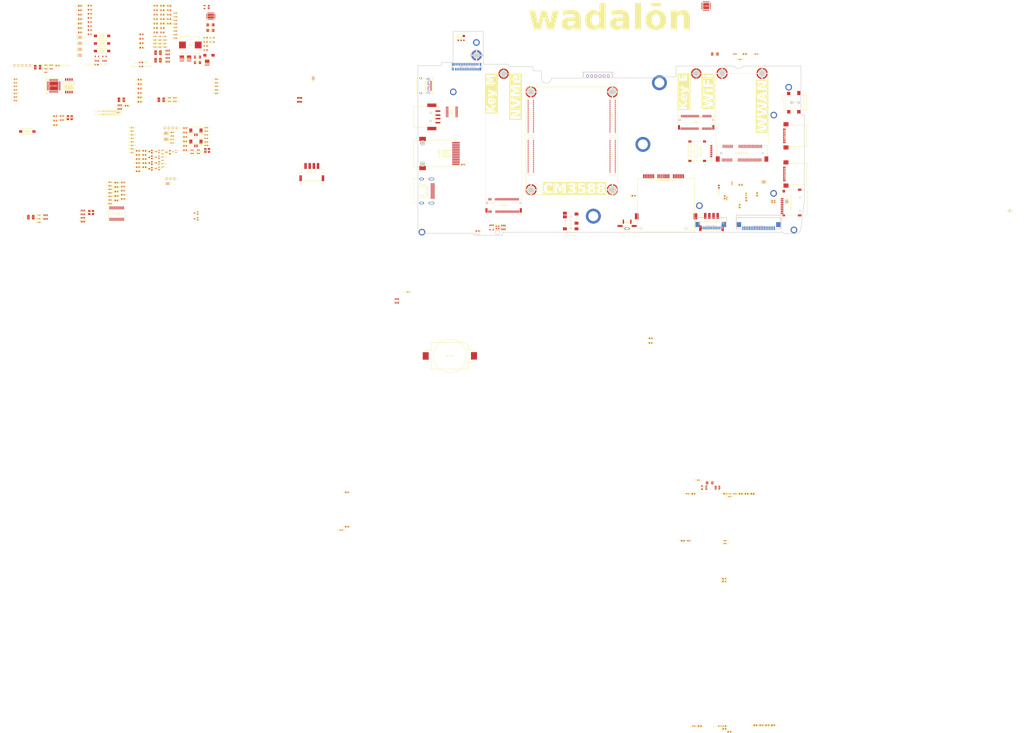
<source format=kicad_pcb>
(kicad_pcb
	(version 20241229)
	(generator "pcbnew")
	(generator_version "9.0")
	(general
		(thickness 1.6)
		(legacy_teardrops no)
	)
	(paper "A4")
	(layers
		(0 "F.Cu" signal "Top Layer")
		(4 "In1.Cu" signal)
		(6 "In2.Cu" signal)
		(8 "In3.Cu" signal)
		(10 "In4.Cu" signal)
		(2 "B.Cu" signal "Bottom Layer")
		(9 "F.Adhes" user "F.Adhesive")
		(11 "B.Adhes" user "B.Adhesive")
		(13 "F.Paste" user "Top Paste Mask Layer")
		(15 "B.Paste" user "Bottom Paste Mask Layer")
		(5 "F.SilkS" user "Top Silkscreen Layer")
		(7 "B.SilkS" user "Bottom Silkscreen Layer")
		(1 "F.Mask" user "Top Solder Mask Layer")
		(3 "B.Mask" user "Bottom Solder Mask Layer")
		(17 "Dwgs.User" user "Document Layer")
		(19 "Cmts.User" user "User.Comments")
		(21 "Eco1.User" user "User.Eco1")
		(23 "Eco2.User" user "Mechanical Layer")
		(25 "Edge.Cuts" user "Edge Cuts")
		(27 "Margin" user)
		(31 "F.CrtYd" user "F.Courtyard")
		(29 "B.CrtYd" user "B.Courtyard")
		(35 "F.Fab" user "Top Assembly Layer")
		(33 "B.Fab" user "Bottom Assembly Layer")
		(39 "User.1" user "Ratline Layer")
		(41 "User.2" user "Component Shape Layer")
		(43 "User.3" user "Component Marking Layer")
		(45 "User.4" user "3D Shell Outline Layer")
		(47 "User.5" user "3D Shell Top Layer")
		(49 "User.6" user "3D Shell Bottom Layer")
		(51 "User.7" user "Drill Drawing Layer")
	)
	(setup
		(stackup
			(layer "F.SilkS"
				(type "Top Silk Screen")
			)
			(layer "F.Paste"
				(type "Top Solder Paste")
			)
			(layer "F.Mask"
				(type "Top Solder Mask")
				(thickness 0.01)
			)
			(layer "F.Cu"
				(type "copper")
				(thickness 0.035)
			)
			(layer "dielectric 1"
				(type "prepreg")
				(thickness 0.1)
				(material "FR4")
				(epsilon_r 4.5)
				(loss_tangent 0.02)
			)
			(layer "In1.Cu"
				(type "copper")
				(thickness 0.035)
			)
			(layer "dielectric 2"
				(type "core")
				(thickness 0.535)
				(material "FR4")
				(epsilon_r 4.5)
				(loss_tangent 0.02)
			)
			(layer "In2.Cu"
				(type "copper")
				(thickness 0.035)
			)
			(layer "dielectric 3"
				(type "prepreg")
				(thickness 0.1)
				(material "FR4")
				(epsilon_r 4.5)
				(loss_tangent 0.02)
			)
			(layer "In3.Cu"
				(type "copper")
				(thickness 0.035)
			)
			(layer "dielectric 4"
				(type "core")
				(thickness 0.535)
				(material "FR4")
				(epsilon_r 4.5)
				(loss_tangent 0.02)
			)
			(layer "In4.Cu"
				(type "copper")
				(thickness 0.035)
			)
			(layer "dielectric 5"
				(type "prepreg")
				(thickness 0.1)
				(material "FR4")
				(epsilon_r 4.5)
				(loss_tangent 0.02)
			)
			(layer "B.Cu"
				(type "copper")
				(thickness 0.035)
			)
			(layer "B.Mask"
				(type "Bottom Solder Mask")
				(thickness 0.01)
			)
			(layer "B.Paste"
				(type "Bottom Solder Paste")
			)
			(layer "B.SilkS"
				(type "Bottom Silk Screen")
			)
			(copper_finish "None")
			(dielectric_constraints no)
		)
		(pad_to_mask_clearance 0)
		(allow_soldermask_bridges_in_footprints no)
		(tenting front back)
		(aux_axis_origin 20 60)
		(pcbplotparams
			(layerselection 0x00000000_00000000_55555555_5755f5ff)
			(plot_on_all_layers_selection 0x00000000_00000000_00000000_00000000)
			(disableapertmacros no)
			(usegerberextensions no)
			(usegerberattributes yes)
			(usegerberadvancedattributes yes)
			(creategerberjobfile yes)
			(dashed_line_dash_ratio 12.000000)
			(dashed_line_gap_ratio 3.000000)
			(svgprecision 4)
			(plotframeref no)
			(mode 1)
			(useauxorigin no)
			(hpglpennumber 1)
			(hpglpenspeed 20)
			(hpglpendiameter 15.000000)
			(pdf_front_fp_property_popups yes)
			(pdf_back_fp_property_popups yes)
			(pdf_metadata yes)
			(pdf_single_document no)
			(dxfpolygonmode yes)
			(dxfimperialunits yes)
			(dxfusepcbnewfont yes)
			(psnegative no)
			(psa4output no)
			(plot_black_and_white yes)
			(plotinvisibletext no)
			(sketchpadsonfab no)
			(plotpadnumbers no)
			(hidednponfab no)
			(sketchdnponfab yes)
			(crossoutdnponfab yes)
			(subtractmaskfromsilk no)
			(outputformat 1)
			(mirror no)
			(drillshape 1)
			(scaleselection 1)
			(outputdirectory "")
		)
	)
	(net 0 "")
	(net 1 "GND")
	(net 2 "+3.3V")
	(net 3 "+5V_CURR2")
	(net 4 "I2C1_SCL")
	(net 5 "I2C1_SDA")
	(net 6 "PWR_BTN_H")
	(net 7 "+3.3V_KEY")
	(net 8 "GND_KEY")
	(net 9 "USB_KEYBOARD_DM")
	(net 10 "USB_KEYBOARD_DP")
	(net 11 "USB_LTE_DM")
	(net 12 "USB_LTE_DP")
	(net 13 "COL1")
	(net 14 "COL2")
	(net 15 "COL3")
	(net 16 "COL4")
	(net 17 "COL5")
	(net 18 "COL6")
	(net 19 "COL7")
	(net 20 "COL8")
	(net 21 "COL9")
	(net 22 "COL10")
	(net 23 "COL11")
	(net 24 "COL12")
	(net 25 "ROW8")
	(net 26 "ROW7")
	(net 27 "ROW6")
	(net 28 "ROW5")
	(net 29 "ROW4")
	(net 30 "ROW3")
	(net 31 "ROW2")
	(net 32 "ROW1")
	(net 33 "PWRON_L")
	(net 34 "+12V")
	(net 35 "UART2_RX_M0_DEBUG")
	(net 36 "LED3_25GLAN_25GLED")
	(net 37 "LED2_25GLAN_1GLED")
	(net 38 "P25G_MDI0_P")
	(net 39 "P25G_MDI0_N")
	(net 40 "P25G_MDI1_P")
	(net 41 "P25G_MDI1_N")
	(net 42 "P25G_MDI2_P")
	(net 43 "P25G_MDI2_N")
	(net 44 "P25G_MDI3_P")
	(net 45 "P25G_MDI3_N")
	(net 46 "MIPI_CSI1_RX_D0_N")
	(net 47 "MIPI_CSI1_RX_D0_P")
	(net 48 "MIPI_CSI1_RX_D1_N")
	(net 49 "MIPI_CSI1_RX_D1_P")
	(net 50 "MIPI_CSI1_RX_CLK0_N")
	(net 51 "MIPI_CSI1_RX_CLK0_P")
	(net 52 "MIPI_CSI1_RX_D2_N")
	(net 53 "MIPI_CSI1_RX_D2_P")
	(net 54 "MIPI_CSI1_RX_D3_N")
	(net 55 "MIPI_CSI1_RX_D3_P")
	(net 56 "PMIC_EXT_EN_OUT")
	(net 57 "BOOT_SARADAC_IN0")
	(net 58 "UART2_TX_M0_DEBUG")
	(net 59 "VDC_MODE")
	(net 60 "RESET_L")
	(net 61 "TYPEC1_SSRX1_N")
	(net 62 "TYPEC1_SSRX1_P")
	(net 63 "TYPEC1_SSTX1_N")
	(net 64 "TYPEC1_SSTX1_P")
	(net 65 "TYPEC0_SSRX1_N")
	(net 66 "TYPEC0_SSRX1_P")
	(net 67 "TYPEC0_SSTX1_N")
	(net 68 "TYPEC0_SSTX1_P")
	(net 69 "TYPEC0_SSRX2_N")
	(net 70 "TYPEC0_SSRX2_P")
	(net 71 "TYPEC0_SSTX2_N")
	(net 72 "TYPEC0_SSTX2_P")
	(net 73 "MIPI_DPHY0_TX_D0_N")
	(net 74 "MIPI_DPHY0_TX_D0_P")
	(net 75 "MIPI_DPHY0_TX_D1_N")
	(net 76 "MIPI_DPHY0_TX_D1_P")
	(net 77 "MIPI_DPHY0_TX_CLK_N")
	(net 78 "MIPI_DPHY0_TX_CLK_P")
	(net 79 "MIPI_DPHY0_TX_D2_N")
	(net 80 "MIPI_DPHY0_TX_D2_P")
	(net 81 "MIPI_DPHY0_TX_D3_N")
	(net 82 "MIPI_DPHY0_TX_D3_P")
	(net 83 "I2C7_SCL_M0")
	(net 84 "I2C7_SDA_M0")
	(net 85 "HPR")
	(net 86 "RECOVERY")
	(net 87 "MIC_IN")
	(net 88 "HPL")
	(net 89 "GND_AUDIO")
	(net 90 "PWR_BTN_L")
	(net 91 "PCIE30_PORT0_TX0_P")
	(net 92 "PCIE30_PORT0_TX0_N")
	(net 93 "PCIE30_PORT0_TX1_P")
	(net 94 "PCIE30_PORT0_TX1_N")
	(net 95 "PCIE30_PORT1_RX2_P")
	(net 96 "PCIE30_PORT1_RX2_N")
	(net 97 "PCIE30_PORT1_RX3_P")
	(net 98 "PCIE30_PORT1_RX3_N")
	(net 99 "PCIE30_PORT1_TX2_P")
	(net 100 "PCIE30_PORT1_TX2_N")
	(net 101 "PCIE30_PORT1_TX3_P")
	(net 102 "PCIE30_PORT1_TX3_N")
	(net 103 "PCIE30_PORT1_REFCLK_IN_P")
	(net 104 "PCIE30_PORT1_REFCLK_IN_N")
	(net 105 "I2C6_SCL_M0")
	(net 106 "I2C6_SDA_M0")
	(net 107 "VBAT_RTC")
	(net 108 "HDMITX1_HPDIN_M0")
	(net 109 "HDMITX0_HPDIN_M0")
	(net 110 "USB30_2_SSTX_N")
	(net 111 "USB30_2_SSTX_P")
	(net 112 "USB30_2_SSRX_N")
	(net 113 "USB30_2_SSRX_P")
	(net 114 "PCIE30_PORT0_REFCLK_IN_N")
	(net 115 "PCIE30_PORT0_REFCLK_IN_P")
	(net 116 "PCIE30_PORT0_RX1_N")
	(net 117 "PCIE30_PORT0_RX1_P")
	(net 118 "PCIE30_PORT0_RX0_N")
	(net 119 "PCIE30_PORT0_RX0_P")
	(net 120 "HDMI_RX_D2_P")
	(net 121 "HDMI_RX_D2_N")
	(net 122 "HDMI_RX_D1_P")
	(net 123 "HDMI_RX_D1_N")
	(net 124 "HDMI_RX_D0_P")
	(net 125 "HDMI_RX_D0_N")
	(net 126 "HDMI_RX_CLK_P")
	(net 127 "HDMI_RX_CLK_N")
	(net 128 "SDMMC0_D2")
	(net 129 "SDMMC0_D3")
	(net 130 "SDMMC0_CMD")
	(net 131 "VCC3V3_SD_S0")
	(net 132 "SD_CLK")
	(net 133 "SDMMC0_D0")
	(net 134 "SDMMC0_D1")
	(net 135 "HDMI_RX_SCL_M1")
	(net 136 "HDMI_RX_SDA_M1")
	(net 137 "HDMI_RX_CEC")
	(net 138 "HDMIIRX_HPDOUT_H")
	(net 139 "GPIO3_B2")
	(net 140 "GPIO3_B3")
	(net 141 "HDMI1_ON_H")
	(net 142 "HDMI1_CEC_M2")
	(net 143 "HDMI1_SDA_M1")
	(net 144 "HDMI1_SCL_M1")
	(net 145 "HDMI0_ON_H")
	(net 146 "HDMI0_CEC_M0")
	(net 147 "HDMI0_SDA_M0")
	(net 148 "HDMI0_SCL_M0")
	(net 149 "HDMI0_TX_SBD_N")
	(net 150 "HDMI0_TX_SBD_P")
	(net 151 "HDMI0_TX3_N")
	(net 152 "HDMI0_TX3_P")
	(net 153 "HDMI0_TX0_N")
	(net 154 "HDMI0_TX0_P")
	(net 155 "HDMI0_TX1_N")
	(net 156 "HDMI0_TX1_P")
	(net 157 "HDMI0_TX2_N")
	(net 158 "HDMI0_TX2_P")
	(net 159 "HDMI1_TX_SBD_N")
	(net 160 "HDMI1_TX_SBD_P")
	(net 161 "HDMI1_TX3_N")
	(net 162 "HDMI1_TX3_P")
	(net 163 "HDMI1_TX0_N")
	(net 164 "HDMI1_TX0_P")
	(net 165 "HDMI1_TX1_N")
	(net 166 "HDMI1_TX1_P")
	(net 167 "HDMI1_TX2_N")
	(net 168 "HDMI1_TX2_P")
	(net 169 "TYPEC0_SBU2_OUT")
	(net 170 "TYPEC0_SBU1_OUT")
	(net 171 "TYPEC0_OTG_DP")
	(net 172 "TYPEC0_OTG_DM")
	(net 173 "TYPEC1_OTG_DP")
	(net 174 "TYPEC1_OTG_DM")
	(net 175 "USB20_HOST0_DP")
	(net 176 "USB20_HOST0_DM")
	(net 177 "USB20_HOST1_DM")
	(net 178 "USB20_HOST1_DP")
	(net 179 "+3.3V_CFEXPRESS")
	(net 180 "PCIE30_REFCLK_A_N")
	(net 181 "PCIE30_REFCLK_A_P")
	(net 182 "Net-(U901-SW)")
	(net 183 "Net-(U901-VBST)")
	(net 184 "+1.5V_WWAN")
	(net 185 "+3.3V_WWAN")
	(net 186 "+3.3V_WIFI")
	(net 187 "Net-(U901-VFB)")
	(net 188 "Net-(U1401-FB)")
	(net 189 "Net-(U1402-SW)")
	(net 190 "Net-(U1402-VBST)")
	(net 191 "+1.8V")
	(net 192 "PCIE20_1_REFCLKN")
	(net 193 "PCIE20_1_REFCLKP")
	(net 194 "+3.3V_NVME")
	(net 195 "Net-(U1402-VFB)")
	(net 196 "Net-(U1601-MICBIAS)")
	(net 197 "Net-(U1601-VMID)")
	(net 198 "Net-(U1601-RINPUT1)")
	(net 199 "Net-(C1605-Pad1)")
	(net 200 "Net-(MIC1601-OUT)")
	(net 201 "unconnected-(D2001-I{slash}O_3-Pad4)")
	(net 202 "unconnected-(D2001-GND-Pad8)")
	(net 203 "unconnected-(D2001-I{slash}O_4-Pad5)")
	(net 204 "Net-(C1301-Pad1)")
	(net 205 "Net-(U1401-LX)")
	(net 206 "Net-(C1610-Pad1)")
	(net 207 "Net-(MIC1602-OUT)")
	(net 208 "Net-(U901-EN)")
	(net 209 "Net-(U1001-EN)")
	(net 210 "GPIO1_B0{slash}CFEXPRESS_INSERT")
	(net 211 "GPIO4_B5{slash}M2_A_CLKREQ_L")
	(net 212 "Net-(SW1101-1)")
	(net 213 "GPIO0_D5{slash}CFEXPRESS_EJECT")
	(net 214 "Net-(LED_CFEXPRESS1101-K)")
	(net 215 "Net-(U1301-PGAND)")
	(net 216 "Net-(U1402-EN)")
	(net 217 "GPIO2_C3{slash}PCM_IN{slash}I2S_SD_IN")
	(net 218 "Net-(U1601-ADCDAT)")
	(net 219 "Net-(U1601-DACDAT)")
	(net 220 "GPIO4_C3{slash}PCM_OUT{slash}I2S_SD_OUT")
	(net 221 "Net-(U1601-BCLK)")
	(net 222 "/I2S Audiocodec WM8960/I2S_ADC")
	(net 223 "GPIO2_C0{slash}PCM_SYNC{slash}I2S_WS")
	(net 224 "Net-(U1601-ADCLRC)")
	(net 225 "Net-(X1601-OUTPUT)")
	(net 226 "Net-(U1601-MCLK)")
	(net 227 "Net-(D1701-I{slash}O_1)")
	(net 228 "Net-(D1701-I{slash}O_2)")
	(net 229 "GPIO3_D0{slash}I2C5_SDA_M0_TP")
	(net 230 "GPIO3_C7{slash}I2C5_SCL_M0_TP")
	(net 231 "Net-(RJ2001-LED2+{slash}LED2-)")
	(net 232 "Net-(R2001-Pad1)")
	(net 233 "Net-(RJ2001-LED1+)")
	(net 234 "unconnected-(U801-S1-Pad3)")
	(net 235 "unconnected-(U801-S2-Pad4)")
	(net 236 "unconnected-(U801-X2-Pad6)")
	(net 237 "unconnected-(U801-VDDXD-Pad1)")
	(net 238 "unconnected-(U801-X1-Pad5)")
	(net 239 "unconnected-(U801-S0-Pad2)")
	(net 240 "Net-(U1001-SW)")
	(net 241 "Net-(U1101-VFB)")
	(net 242 "Net-(U1101-SW)")
	(net 243 "Net-(U1101-EN)")
	(net 244 "GPIO3_B7{slash}CFEXPRESS_LED")
	(net 245 "Net-(LED_CFEXPRESS1101-A)")
	(net 246 "unconnected-(U1601-LINPUT3{slash}JD2-Pad2)")
	(net 247 "unconnected-(U1601-LINPUT2-Pad3)")
	(net 248 "Net-(U1601-LINPUT1)")
	(net 249 "unconnected-(AUDIO701-Pad5)")
	(net 250 "unconnected-(AUDIO701-Pad2)")
	(net 251 "unconnected-(AUDIO701-Pad6)")
	(net 252 "unconnected-(AUDIO701-Pad1)")
	(net 253 "unconnected-(AUDIO701-Pad3)")
	(net 254 "unconnected-(AUDIO701-Pad4)")
	(net 255 "Net-(U601-NTC)")
	(net 256 "Net-(U601-BATSENS+)")
	(net 257 "unconnected-(BT701-Pad2)")
	(net 258 "unconnected-(BT701-Pad3)")
	(net 259 "Net-(D601-C)")
	(net 260 "Net-(Q602-G)")
	(net 261 "Net-(Q602-D)")
	(net 262 "Net-(C607-Pad2)")
	(net 263 "Net-(U601-BOOST)")
	(net 264 "Net-(U601-CELLS1)")
	(net 265 "Net-(U601-CELLS0)")
	(net 266 "Net-(U602-SW)")
	(net 267 "Net-(U602-VBST)")
	(net 268 "Net-(U602-VFB)")
	(net 269 "Net-(U604-SW)")
	(net 270 "Net-(U604-VBST)")
	(net 271 "<NO NET>")
	(net 272 "Net-(U604-VFB)")
	(net 273 "Net-(U1001-VBST)")
	(net 274 "Net-(U1001-VFB)")
	(net 275 "Net-(U1101-VBST)")
	(net 276 "Net-(U1301-X2)")
	(net 277 "Net-(U1301-X1)")
	(net 278 "Net-(U1301-RESET#)")
	(net 279 "Net-(U1501-XTAL1)")
	(net 280 "Net-(U1501-UCap)")
	(net 281 "Net-(U1501-XTAL2)")
	(net 282 "/HDMI Connector/HDMI_5V")
	(net 283 "Net-(CFexpress1101-PETn0)")
	(net 284 "unconnected-(CFexpress1101-RESERVED-Pad8)")
	(net 285 "Net-(CFexpress1101-REFCLK+)")
	(net 286 "Net-(CFexpress1101-PERn0)")
	(net 287 "Net-(CFexpress1101-REFCLK-)")
	(net 288 "GPIO4_B6{slash}M2_A_PERST_L")
	(net 289 "Net-(CFexpress1101-PERp1)")
	(net 290 "Net-(CFexpress1101-PETp0)")
	(net 291 "Net-(CFexpress1101-PERn1)")
	(net 292 "Net-(CFexpress1101-PETp1)")
	(net 293 "Net-(CFexpress1101-PETn1)")
	(net 294 "Net-(CFexpress1101-PERp0)")
	(net 295 "unconnected-(CFexpress1101-RESERVED-Pad7)")
	(net 296 "GPIO2_B5{slash}FSPI_RESET")
	(net 297 "unconnected-(CN201-Pad99)")
	(net 298 "GPIO2_B3{slash}FSPI_CLK_M1")
	(net 299 "GPIO2_C1{slash}MIPI_CAM2_RESET_L")
	(net 300 "GPIO2_A7{slash}FSPI_D1_M1")
	(net 301 "MIPI_CSI1_RX_CLK1_N")
	(net 302 "unconnected-(CN201-Pad97)")
	(net 303 "unconnected-(CN201-Pad50)")
	(net 304 "GPIO1_B7{slash}MIPI_CAM2_CLKOUT")
	(net 305 "unconnected-(CN201-Pad42)")
	(net 306 "unconnected-(CN201-Pad62)")
	(net 307 "unconnected-(CN201-Pad66)")
	(net 308 "unconnected-(CN201-Pad71)")
	(net 309 "unconnected-(CN201-Pad31)")
	(net 310 "unconnected-(CN201-Pad36)")
	(net 311 "unconnected-(CN201-Pad44)")
	(net 312 "unconnected-(CN201-Pad68)")
	(net 313 "GPIO2_B4{slash}FSPI_WAKE")
	(net 314 "unconnected-(CN201-Pad48)")
	(net 315 "MIPI_CSI1_RX_CLK1_P")
	(net 316 "unconnected-(CN201-Pad60)")
	(net 317 "GPIO2_B0{slash}FSPI_D2_M1")
	(net 318 "GPIO4_C5{slash}MIPI_CAM1_PDN_L{slash}BT_WAKE_L")
	(net 319 "GPIO2_B2{slash}FSPI_CMD")
	(net 320 "GPIO2_B1{slash}FSPI_D3_M1")
	(net 321 "GPIO2_C2{slash}MIPI_CAM2_PDN_L")
	(net 322 "GPIO4_C4{slash}MIPI_CAM1_RESET_L{slash}WIFI_DISABLE")
	(net 323 "unconnected-(CN201-Pad14)")
	(net 324 "unconnected-(CN201-Pad54)")
	(net 325 "unconnected-(CN201-Pad26)")
	(net 326 "GPIO2_A6{slash}FSPI_D0_M1")
	(net 327 "unconnected-(CN201-Pad29)")
	(net 328 "unconnected-(CN201-Pad56)")
	(net 329 "unconnected-(CN201-Pad38)")
	(net 330 "unconnected-(CN301-Pad85)")
	(net 331 "unconnected-(CN301-Pad56)")
	(net 332 "unconnected-(CN301-Pad26)")
	(net 333 "unconnected-(CN301-Pad24)")
	(net 334 "unconnected-(CN301-Pad77)")
	(net 335 "unconnected-(CN301-Pad80)")
	(net 336 "unconnected-(CN301-Pad83)")
	(net 337 "unconnected-(CN301-Pad17)")
	(net 338 "unconnected-(CN301-Pad78)")
	(net 339 "unconnected-(CN301-Pad72)")
	(net 340 "unconnected-(CN301-Pad86)")
	(net 341 "unconnected-(CN301-Pad32)")
	(net 342 "unconnected-(CN301-Pad12)")
	(net 343 "unconnected-(CN301-Pad48)")
	(net 344 "GPIO1_C4{slash}HP_DET_L")
	(net 345 "unconnected-(CN301-Pad66)")
	(net 346 "unconnected-(CN301-Pad20)")
	(net 347 "unconnected-(CN301-Pad68)")
	(net 348 "unconnected-(CN301-Pad19)")
	(net 349 "unconnected-(CN301-Pad54)")
	(net 350 "unconnected-(CN301-Pad30)")
	(net 351 "unconnected-(CN301-Pad74)")
	(net 352 "unconnected-(CN301-Pad36)")
	(net 353 "unconnected-(CN301-Pad60)")
	(net 354 "unconnected-(CN301-Pad42)")
	(net 355 "unconnected-(CN301-Pad38)")
	(net 356 "unconnected-(CN301-Pad14)")
	(net 357 "unconnected-(CN301-Pad50)")
	(net 358 "unconnected-(CN301-Pad44)")
	(net 359 "unconnected-(CN301-Pad13)")
	(net 360 "unconnected-(CN301-Pad62)")
	(net 361 "unconnected-(CN301-Pad79)")
	(net 362 "unconnected-(CN301-Pad11)")
	(net 363 "unconnected-(CN301-Pad18)")
	(net 364 "unconnected-(CN301-Pad84)")
	(net 365 "unconnected-(CN401-Pad27)")
	(net 366 "GPIO0_C4{slash}UART0_RX_M0")
	(net 367 "GPIO1_A1{slash}UART6_TX_M1")
	(net 368 "unconnected-(CN401-Pad51)")
	(net 369 "GPIO1_B3{slash}SPI0_CLK_M2{slash}UART4_TX_M2")
	(net 370 "GPIO1_A7{slash}CFEXPRESS_PWREN")
	(net 371 "GPIO0_C6{slash}PWM5_M1")
	(net 372 "GPIO1_A4{slash}USB2_PWREN")
	(net 373 "unconnected-(CN401-Pad43)")
	(net 374 "PCIE20_1_TXN{slash}SATA30_1_TXN")
	(net 375 "GPIO4_A2{slash}M2_E_PERST_L")
	(net 376 "GPIO1_A3{slash}I2C4_SCL_M3_TP{slash}UART6_CTS")
	(net 377 "GPIO1_D7{slash}I2C8_SDA_M2")
	(net 378 "GPIO1_B1{slash}SPI0_MISO_M2")
	(net 379 "GPIO1_D3{slash}PWM1_M1")
	(net 380 "GPIO3_C3{slash}PWM15_IR_M0")
	(net 381 "GPIO4_B0{slash}USB3_TYPEC1_PWREN")
	(net 382 "GPIO0_C5{slash}UART0_TX_M0{slash}PWM4_M0{slash}UART6_WAKE#")
	(net 383 "unconnected-(CN401-Pad45)")
	(net 384 "PCIE20_1_TXP{slash}SATA30_1_TXP")
	(net 385 "GPIO1_B2{slash}SPI0_MOSI_M2{slash}UART4_RX_M2")
	(net 386 "GPIO3_C1{slash}TP_RST_L")
	(net 387 "GPIO1_D6{slash}I2C8_SCL_M2")
	(net 388 "GPIO1_A2{slash}I2C4_SDA_M3_TP{slash}UART6_RTS")
	(net 389 "GPIO1_B5{slash}SPI0_CS1_M0{slash}UART7_TX_M2")
	(net 390 "unconnected-(CN401-Pad53)")
	(net 391 "unconnected-(CN401-Pad29)")
	(net 392 "GPIO1_B4{slash}SPI0_CS0_M2{slash}UART7_RX_M2")
	(net 393 "GPIO1_D5{slash}HDMIIRX_DET_L")
	(net 394 "GPIO4_B3{slash}M2_C_PERST_L")
	(net 395 "unconnected-(CN401-Pad57)")
	(net 396 "GPIO0_D4{slash}PWM3_IR_M0")
	(net 397 "GPIO1_D2{slash}TYPEC5V_PWREN_H")
	(net 398 "PCIE20_1_RXP{slash}SATA30_1_RXP")
	(net 399 "GPIO3_C0{slash}TP_INT_L")
	(net 400 "GPIO1_A0{slash}UART6_RX_M1")
	(net 401 "unconnected-(CN401-Pad47)")
	(net 402 "GPIO3_C2{slash}PWM14_M0")
	(net 403 "PCIE20_1_RXN{slash}SATA30_1_RXN")
	(net 404 "GPIO4_B4{slash}M2_B_PERST_L")
	(net 405 "GPIO0_D3{slash}CC_INT_L")
	(net 406 "GPIO3_A5{slash}USB3_2_PWREN")
	(net 407 "unconnected-(CN501-Pad12)")
	(net 408 "GPIO3_A4{slash}SPI4_CS1_M1")
	(net 409 "GPIO0_A4{slash}SDMMC_DET_L")
	(net 410 "GPIO3_B0{slash}PWM9_M0")
	(net 411 "GPIO3_A0{slash}SPI4_MISO_M1{slash}PWM10_M0")
	(net 412 "GPIO3_B4{slash}BT_REG_ON")
	(net 413 "GPIO3_A6{slash}LCD_RST")
	(net 414 "GPIO3_A2{slash}SPI4_CLK_M1{slash}UART8_TX_M1")
	(net 415 "unconnected-(CN501-Pad10)")
	(net 416 "GPIO3_B5{slash}UART3_TX_M1{slash}PWM12_M0")
	(net 417 "unconnected-(CN501-Pad85)")
	(net 418 "GPIO3_A3{slash}SPI4_CS0_M1{slash}UART8_RX_M1")
	(net 419 "GPIO3_A7{slash}PWM8_M0")
	(net 420 "GPIO3_B6{slash}UART3_RX_M1{slash}PWM13_M0")
	(net 421 "GPIO3_B1{slash}PWM2_M1{slash}LCD_BL")
	(net 422 "GPIO3_A1{slash}SPI4_MOSI_M1")
	(net 423 "unconnected-(D601-A-Pad2)")
	(net 424 "Net-(D602-K)")
	(net 425 "Net-(D602-A)")
	(net 426 "Net-(D603-K)")
	(net 427 "Net-(D603-A)")
	(net 428 "unconnected-(D1103-NC-Pad9)")
	(net 429 "unconnected-(D1103-I{slash}O_1-Pad1)")
	(net 430 "unconnected-(D1103-I{slash}O_2-Pad2)")
	(net 431 "unconnected-(D1103-NC-Pad10)")
	(net 432 "Net-(D1701-I{slash}O_3)")
	(net 433 "Net-(D1702-I{slash}O_1)")
	(net 434 "Net-(D1702-I{slash}O_3)")
	(net 435 "Net-(D1702-I{slash}O_2)")
	(net 436 "Net-(D1702-I{slash}O_4)")
	(net 437 "Net-(D1901-K)")
	(net 438 "/HDMI Connector/HDMI_CEC")
	(net 439 "unconnected-(D1905-A-Pad1)")
	(net 440 "/HDMI Connector/HDMI_SCL")
	(net 441 "/HDMI Connector/HDMI_SDA")
	(net 442 "Net-(D1909-A)")
	(net 443 "Net-(D1910-K)")
	(net 444 "unconnected-(D2002-I{slash}O_4-Pad5)")
	(net 445 "unconnected-(D2002-I{slash}O_3-Pad4)")
	(net 446 "unconnected-(D2002-GND-Pad8)")
	(net 447 "Net-(DC601-Pad2)")
	(net 448 "unconnected-(FPC1501-Pad21)")
	(net 449 "unconnected-(FPC1501-Pad20)")
	(net 450 "unconnected-(FPC1501-Pad10)")
	(net 451 "unconnected-(FPC1501-Pad19)")
	(net 452 "unconnected-(FPC1501-Pad12)")
	(net 453 "unconnected-(FPC1501-Pad7)")
	(net 454 "unconnected-(FPC1501-Pad22)")
	(net 455 "unconnected-(FPC1501-Pad8)")
	(net 456 "unconnected-(FPC1502-Pad3)")
	(net 457 "unconnected-(FPC1502-Pad12)")
	(net 458 "unconnected-(FPC1502-Pad13)")
	(net 459 "unconnected-(FPC1502-Pad10)")
	(net 460 "unconnected-(FPC1502-Pad14)")
	(net 461 "/HDMI Connector/HDMI_TX2_N")
	(net 462 "/HDMI Connector/HDMI_CLK_N")
	(net 463 "/HDMI Connector/HDMI_CLK_P")
	(net 464 "/HDMI Connector/HDMI_TX1_N")
	(net 465 "/HDMI Connector/HDMI_TX2_P")
	(net 466 "/HDMI Connector/HDMI_TX1_P")
	(net 467 "/HDMI Connector/HDMI_TX0_P")
	(net 468 "/HDMI Connector/HDMI_TX0_N")
	(net 469 "/2.5GB Ethernet Connector/TD4_N")
	(net 470 "/2.5GB Ethernet Connector/TD4_P")
	(net 471 "/2.5GB Ethernet Connector/TD3_N")
	(net 472 "/2.5GB Ethernet Connector/TD3_P")
	(net 473 "/2.5GB Ethernet Connector/TD2_P")
	(net 474 "/2.5GB Ethernet Connector/TD2_N")
	(net 475 "/2.5GB Ethernet Connector/TD1_P")
	(net 476 "/2.5GB Ethernet Connector/TD1_N")
	(net 477 "Net-(LED_ACT701-K)")
	(net 478 "Net-(LED_CHRG_ACT701-A)")
	(net 479 "Net-(LED_CHRG_ACT701-K)")
	(net 480 "Net-(LED_CHRG_FIN701-K)")
	(net 481 "Net-(LED_CHRG_FIN701-A)")
	(net 482 "unconnected-(MIPI_DSI1801-Pad13)")
	(net 483 "unconnected-(MOUNT201-Pad1)")
	(net 484 "unconnected-(MOUNT202-Pad1)")
	(net 485 "unconnected-(MOUNT203-Pad1)")
	(net 486 "unconnected-(MOUNT204-Pad1)")
	(net 487 "unconnected-(MOUNT901-Pad1)")
	(net 488 "unconnected-(MOUNT1001-Pad1)")
	(net 489 "Net-(Q601-G)")
	(net 490 "Net-(Q603-G)")
	(net 491 "Net-(Q1902-G)")
	(net 492 "Net-(Q1903-D)")
	(net 493 "Net-(Q1904-D)")
	(net 494 "Net-(Q1905-D)")
	(net 495 "Net-(Q1906-G)")
	(net 496 "Net-(Q1907-G)")
	(net 497 "Net-(Q1908-D)")
	(net 498 "Net-(R605-Pad1)")
	(net 499 "Net-(U601-NTCBIAS)")
	(net 500 "Net-(U601-RT)")
	(net 501 "Net-(U602-EN)")
	(net 502 "Net-(U603-EN)")
	(net 503 "Net-(U604-EN)")
	(net 504 "unconnected-(R703-Pad2)")
	(net 505 "Net-(R706-Pad2)")
	(net 506 "Net-(R707-Pad2)")
	(net 507 "Net-(R708-Pad2)")
	(net 508 "unconnected-(R904-Pad1)")
	(net 509 "Net-(U1301-PSELF)")
	(net 510 "Net-(U1301-RREF)")
	(net 511 "Net-(U1302-ILIM)")
	(net 512 "/USB 2 Hub & Connectors/FAULT2#")
	(net 513 "Net-(U1501-PE2(HWB#))")
	(net 514 "Net-(U1501-RESET#)")
	(net 515 "unconnected-(RJ2001-VCC-PadR1)")
	(net 516 "unconnected-(SDCARD1701-EP-Pad11)")
	(net 517 "unconnected-(SDCARD1701-EP-Pad10)")
	(net 518 "unconnected-(SDCARD1701-EP-Pad12)")
	(net 519 "unconnected-(SDCARD1701-EP-Pad13)")
	(net 520 "unconnected-(SDCARD1701-CD-Pad9)")
	(net 521 "unconnected-(SDCARD1701-DAT0-Pad7)")
	(net 522 "unconnected-(SDCARD1701-DAT1-Pad8)")
	(net 523 "Net-(SIM1401-VCC)")
	(net 524 "Net-(SIM1401-CLK)")
	(net 525 "Net-(SIM1401-Vpp)")
	(net 526 "Net-(SIM1401-I{slash}O)")
	(net 527 "Net-(SIM1401-RST)")
	(net 528 "Net-(U1601-SPK_LP)")
	(net 529 "Net-(U1601-SPK_LN)")
	(net 530 "Net-(U1601-SPK_RP)")
	(net 531 "Net-(U1601-SPK_RN)")
	(net 532 "/Keyboard/USB_KEYBOARD_INT_DP")
	(net 533 "/Keyboard/USB_KEYBOARD_INT_DM")
	(net 534 "unconnected-(U601-SMBALERT#-Pad12)")
	(net 535 "unconnected-(U601-SYNC-Pad16)")
	(net 536 "unconnected-(U603-BP-Pad4)")
	(net 537 "unconnected-(U701-A-Pad2)")
	(net 538 "unconnected-(U702-A-Pad2)")
	(net 539 "unconnected-(U703-GND-Pad3)")
	(net 540 "unconnected-(U703-EH-Pad4)")
	(net 541 "unconnected-(U703-OUT-Pad1)")
	(net 542 "unconnected-(U703-VCC-Pad2)")
	(net 543 "unconnected-(U801-CLK0-Pad20)")
	(net 544 "unconnected-(U801-CLK2-Pad14)")
	(net 545 "unconnected-(U801-OE-Pad8)")
	(net 546 "unconnected-(U801-#CLK1-Pad17)")
	(net 547 "unconnected-(U801-CLK3-Pad12)")
	(net 548 "unconnected-(U801-#CLK0-Pad19)")
	(net 549 "unconnected-(U801-GNDODA-Pad16)")
	(net 550 "unconnected-(U801-IREF-Pad10)")
	(net 551 "unconnected-(U801-#CLK2-Pad13)")
	(net 552 "unconnected-(U801-#CLK3-Pad11)")
	(net 553 "unconnected-(U801-CLK1-Pad18)")
	(net 554 "unconnected-(U801-#PD-Pad7)")
	(net 555 "unconnected-(U801-GNDXD-Pad9)")
	(net 556 "unconnected-(U801-VDDODA-Pad15)")
	(net 557 "unconnected-(U1301-PWREN1#-Pad22)")
	(net 558 "unconnected-(U1301-OVCUR1#-Pad21)")
	(net 559 "Net-(U1301-DP3)")
	(net 560 "unconnected-(U1301-DP4-Pad12)")
	(net 561 "Net-(U1301-DM3)")
	(net 562 "unconnected-(U1301-DM4-Pad11)")
	(net 563 "unconnected-(U1301-PWREN2#-Pad20)")
	(net 564 "unconnected-(U1303-IO4-Pad6)")
	(net 565 "unconnected-(U1303-IO1-Pad1)")
	(net 566 "unconnected-(U1501-PB4(PCINT4{slash}ADC11)-Pad28)")
	(net 567 "unconnected-(U1501-PF1(ADC1)-Pad40)")
	(net 568 "unconnected-(U1501-PE6(INT.6{slash}AIN0)-Pad1)")
	(net 569 "unconnected-(U1501-PD7(T0{slash}OC4D{slash}ADC10)-Pad27)")
	(net 570 "unconnected-(U1501-PF0(ADC0)-Pad41)")
	(net 571 "unconnected-(U1601-HP_R-Pad29)")
	(net 572 "unconnected-(U1601-RINPUT2-Pad6)")
	(net 573 "unconnected-(U1601-RINPUT3{slash}JD3-Pad7)")
	(net 574 "unconnected-(U1601-HP_L-Pad31)")
	(net 575 "unconnected-(U1601-OUT3-Pad30)")
	(net 576 "unconnected-(UART701-Pad2)")
	(net 577 "unconnected-(UART701-Pad3)")
	(net 578 "unconnected-(UART701-Pad1)")
	(net 579 "unconnected-(UART701-Pad5)")
	(net 580 "unconnected-(UART701-Pad6)")
	(net 581 "unconnected-(UART701-Pad4)")
	(net 582 "unconnected-(USB1201-VBUS-PadA9)")
	(net 583 "unconnected-(USB1201-SSTXP1-PadA2)")
	(net 584 "unconnected-(USB1201-DP2-PadB6)")
	(net 585 "unconnected-(USB1201-SBU1-PadA8)")
	(net 586 "unconnected-(USB1201-EP-Pad4)")
	(net 587 "unconnected-(USB1201-EP-Pad3)")
	(net 588 "unconnected-(USB1201-EP-Pad1)")
	(net 589 "unconnected-(USB1201-GND-PadB1)")
	(net 590 "unconnected-(USB1201-DN2-PadB7)")
	(net 591 "unconnected-(USB1201-GND-PadA1)")
	(net 592 "unconnected-(USB1201-DN1-PadA7)")
	(net 593 "unconnected-(USB1201-DP1-PadA6)")
	(net 594 "unconnected-(USB1201-VBUS-PadB4)")
	(net 595 "unconnected-(USB1201-CC1-PadA5)")
	(net 596 "unconnected-(USB1201-SSTXp2-PadB2)")
	(net 597 "unconnected-(USB1201-SSRXn2-PadA10)")
	(net 598 "unconnected-(USB1201-CC2-PadB5)")
	(net 599 "unconnected-(USB1201-SSRXp1-PadB11)")
	(net 600 "unconnected-(USB1201-SSTXn1-PadA3)")
	(net 601 "unconnected-(USB1201-VBUS-PadB9)")
	(net 602 "unconnected-(USB1201-EP-Pad2)")
	(net 603 "unconnected-(USB1201-GND-PadA12)")
	(net 604 "unconnected-(USB1201-SSRXp2-PadA11)")
	(net 605 "unconnected-(USB1201-SSRXn1-PadB10)")
	(net 606 "unconnected-(USB1201-SBU2-PadB8)")
	(net 607 "unconnected-(USB1201-VBUS-PadA4)")
	(net 608 "unconnected-(USB1201-GND-PadB12)")
	(net 609 "unconnected-(USB1201-SSTXn2-PadB3)")
	(net 610 "unconnected-(USB1202-GND-Pad4)")
	(net 611 "unconnected-(USB1202-D+-Pad3)")
	(net 612 "unconnected-(USB1202-VBUS-Pad1)")
	(net 613 "unconnected-(USB1202-GND_DRAIN-Pad7)")
	(net 614 "unconnected-(USB1202-GND-Pad11)")
	(net 615 "unconnected-(USB1202-STDA_SSRX+-Pad6)")
	(net 616 "unconnected-(USB1202-GND-Pad10)")
	(net 617 "unconnected-(USB1202-STDA_SSRX--Pad5)")
	(net 618 "unconnected-(USB1202-STDA_SSTX--Pad8)")
	(net 619 "unconnected-(USB1202-D--Pad2)")
	(net 620 "unconnected-(USB1202-STDA_SSTX+-Pad9)")
	(net 621 "unconnected-(USB1203-VBUS-Pad1)")
	(net 622 "unconnected-(USB1203-GND-Pad11)")
	(net 623 "unconnected-(USB1203-GND-Pad10)")
	(net 624 "unconnected-(USB1203-GND_DRAIN-Pad7)")
	(net 625 "unconnected-(USB1203-GND-Pad4)")
	(net 626 "unconnected-(USB1203-STDA_SSTX+-Pad9)")
	(net 627 "unconnected-(USB1203-STDA_SSRX--Pad5)")
	(net 628 "unconnected-(USB1203-STDA_SSTX--Pad8)")
	(net 629 "unconnected-(USB1203-D--Pad2)")
	(net 630 "unconnected-(USB1203-D+-Pad3)")
	(net 631 "unconnected-(USB1203-STDA_SSRX+-Pad6)")
	(net 632 "unconnected-(USB_KEY1501-Pad5)")
	(net 633 "unconnected-(USB_KEY1501-Pad6)")
	(net 634 "unconnected-(WWAN1401-COEX2-Pad5)")
	(net 635 "unconnected-(WWAN1401-GND-Pad35)")
	(net 636 "unconnected-(WWAN1401-REFCLK--Pad11)")
	(net 637 "unconnected-(WWAN1401-RSVRD49-Pad49)")
	(net 638 "unconnected-(WWAN1401-GND-Pad43)")
	(net 639 "unconnected-(WWAN1401-REFCLK+-Pad13)")
	(net 640 "unconnected-(WWAN1401-WAKE-Pad1)")
	(net 641 "unconnected-(WWAN1401-GND-Pad9)")
	(net 642 "unconnected-(WWAN1401-GND-Pad27)")
	(net 643 "unconnected-(WWAN1401-LED_WPAN-Pad46)")
	(net 644 "unconnected-(WWAN1401-GND-Pad50)")
	(net 645 "unconnected-(WWAN1401-SMB_CLK-Pad30)")
	(net 646 "unconnected-(WWAN1401-PETP0-Pad33)")
	(net 647 "unconnected-(WWAN1401-RSVRD51-Pad51)")
	(net 648 "unconnected-(WWAN1401-+3V3AUX-Pad39)")
	(net 649 "unconnected-(WWAN1401-+1V5-Pad48)")
	(net 650 "unconnected-(WWAN1401-UIM_C8-Pad17)")
	(net 651 "unconnected-(WWAN1401-RSVRD47-Pad47)")
	(net 652 "unconnected-(WWAN1401-PERST-Pad22)")
	(net 653 "unconnected-(WWAN1401-GND-Pad37)")
	(net 654 "unconnected-(WWAN1401-RSVRD45-Pad45)")
	(net 655 "unconnected-(WWAN1401-CLKREQ-Pad7)")
	(net 656 "unconnected-(WWAN1401-+3V3AUX-Pad41)")
	(net 657 "unconnected-(WWAN1401-SMB_DATA-Pad32)")
	(net 658 "unconnected-(WWAN1401-LED_WLAN-Pad44)")
	(net 659 "unconnected-(WWAN1401-W_DISABLE-Pad20)")
	(net 660 "unconnected-(WWAN1401-PETN0-Pad31)")
	(net 661 "unconnected-(WWAN1401-PERN0-Pad23)")
	(net 662 "unconnected-(WWAN1401-+3V3-Pad52)")
	(net 663 "unconnected-(WWAN1401-GND-Pad29)")
	(net 664 "unconnected-(WWAN1401-GND-Pad15)")
	(net 665 "unconnected-(WWAN1401-UIM_C4-Pad19)")
	(net 666 "unconnected-(WWAN1401-COEX1-Pad3)")
	(net 667 "unconnected-(WWAN1401-PERP0-Pad25)")
	(net 668 "unconnected-(WWAN1401-LED_WWAN-Pad42)")
	(net 669 "unconnected-(X901-SUSCLK-Pad50)")
	(net 670 "unconnected-(X901-RESERVED-Pad64)")
	(net 671 "unconnected-(X901-I2C_SCL-Pad60)")
	(net 672 "unconnected-(X901-SDIO_CLK-Pad9)")
	(net 673 "unconnected-(X901-PETp1-Pad59)")
	(net 674 "unconnected-(X901-SDIO_RST#-Pad23)")
	(net 675 "unconnected-(X901-VENDOR_DEFINED-Pad40)")
	(net 676 "GPIO4_A1{slash}TP_2_RST_L{slash}PCIE20_PEWAKE")
	(net 677 "unconnected-(X901-PERp1-Pad65)")
	(net 678 "unconnected-(X901-SDIO_D2-Pad17)")
	(net 679 "unconnected-(X901-3.3V-Pad74)")
	(net 680 "unconnected-(X901-PETp0-Pad35)")
	(net 681 "unconnected-(X901-PETn1-Pad61)")
	(net 682 "unconnected-(X901-GND-Pad75)")
	(net 683 "unconnected-(X901-SDIO_CMD-Pad11)")
	(net 684 "unconnected-(X901-LED1#-Pad6)")
	(net 685 "unconnected-(X901-COEX_TXD-Pad48)")
	(net 686 "unconnected-(X901-SDIO_D1-Pad15)")
	(net 687 "unconnected-(X901-I2C_SDA-Pad58)")
	(net 688 "unconnected-(X901-PCM_OUT{slash}I2S_SD_OUT-Pad14)")
	(net 689 "unconnected-(X901-UIM_SWP{slash}PERST1#-Pad66)")
	(net 690 "unconnected-(X901-PCM_CLK{slash}I2S_SCK-Pad8)")
	(net 691 "unconnected-(X901-COEX3-Pad44)")
	(net 692 "unconnected-(X901-GND-Pad33)")
	(net 693 "unconnected-(X901-3.3V-Pad2)")
	(net 694 "unconnected-(X901-VENDOR_DEFINED-Pad38)")
	(net 695 "unconnected-(X901-GND-Pad39)")
	(net 696 "unconnected-(X901-REFCLKn1-Pad73)")
	(net 697 "unconnected-(X901-COEX_RXD-Pad46)")
	(net 698 "GPIO4_A0{slash}TP_2_INT_L{slash}PCIE20_CLKREQ")
	(net 699 "unconnected-(X901-PCM_SYNC{slash}I2S_WS-Pad10)")
	(net 700 "unconnected-(X901-ALERT#-Pad62)")
	(net 701 "unconnected-(X901-SDIO_D3-Pad19)")
	(net 702 "unconnected-(X901-PERn1-Pad67)")
	(net 703 "unconnected-(X901-PERSTO#-Pad52)")
	(net 704 "unconnected-(X901-3.3V-Pad4)")
	(net 705 "unconnected-(X901-Pad76)")
	(net 706 "unconnected-(X901-SDIO_WAKE#-Pad21)")
	(net 707 "unconnected-(X901-LED2#-Pad16)")
	(net 708 "unconnected-(X901-PETn0-Pad37)")
	(net 709 "unconnected-(X901-UIM_PWR_SNK{slash}CLKREQ1#-Pad68)")
	(net 710 "unconnected-(X901-VENDOR_DEFINED-Pad42)")
	(net 711 "unconnected-(X901-UIM_PWR_SRC{slash}PEWAKE1#-Pad70)")
	(net 712 "unconnected-(X901-REFCLKp1-Pad71)")
	(net 713 "unconnected-(X901-3.3V-Pad72)")
	(net 714 "unconnected-(X901-W_DISABLE2#-Pad54)")
	(net 715 "unconnected-(X901-GND-Pad7)")
	(net 716 "unconnected-(X901-SDIO_D0-Pad13)")
	(net 717 "unconnected-(X901-PCM_IN{slash}I2S_SD_IN-Pad12)")
	(net 718 "unconnected-(X1001-3.3V-Pad72)")
	(net 719 "unconnected-(X1001-3.3V-Pad12)")
	(net 720 "unconnected-(X1001-N{slash}C-Pad26)")
	(net 721 "unconnected-(X1001-N{slash}C-Pad58)")
	(net 722 "unconnected-(X1001-PETp2-Pad25)")
	(net 723 "unconnected-(X1001-REFCLKp-Pad55)")
	(net 724 "unconnected-(X1001-PERn1-Pad29)")
	(net 725 "unconnected-(X1001-PETp1-Pad37)")
	(net 726 "unconnected-(X1001-PERp2-Pad19)")
	(net 727 "unconnected-(X1001-N{slash}C-Pad30)")
	(net 728 "unconnected-(X1001-N{slash}C-Pad34)")
	(net 729 "unconnected-(X1001-MOUNT-Pad77)")
	(net 730 "unconnected-(X1001-N{slash}C-Pad46)")
	(net 731 "unconnected-(X1001-3.3V-Pad4)")
	(net 732 "unconnected-(X1001-GND-Pad57)")
	(net 733 "unconnected-(X1001-CLKREQ#-Pad52)")
	(net 734 "unconnected-(X1001-PERp0-Pad43)")
	(net 735 "unconnected-(X1001-DAS{slash}DSS#{slash}LED#-Pad10)")
	(net 736 "unconnected-(X1001-PETn1-Pad35)")
	(net 737 "unconnected-(X1001-N{slash}C-Pad20)")
	(net 738 "unconnected-(X1001-PETp3-Pad13)")
	(net 739 "unconnected-(X1001-PEWAKE#-Pad54)")
	(net 740 "unconnected-(X1001-DEVSLP-Pad38)")
	(net 741 "unconnected-(X1001-N{slash}C-Pad67)")
	(net 742 "unconnected-(X1001-N{slash}C-Pad32)")
	(net 743 "unconnected-(X1001-N{slash}C-Pad24)")
	(net 744 "unconnected-(X1001-N{slash}C-Pad6)")
	(net 745 "unconnected-(X1001-PERn3-Pad5)")
	(net 746 "unconnected-(X1001-N{slash}C-Pad22)")
	(net 747 "unconnected-(X1001-PETn3-Pad11)")
	(net 748 "unconnected-(X1001-N{slash}C-Pad36)")
	(net 749 "unconnected-(X1001-3.3V-Pad70)")
	(net 750 "unconnected-(X1001-N{slash}C-Pad48)")
	(net 751 "unconnected-(X1001-ALERT#-Pad44)")
	(net 752 "unconnected-(X1001-PETn2-Pad23)")
	(net 753 "unconnected-(X1001-GND-Pad27)")
	(net 754 "unconnected-(X1001-N{slash}C-Pad8)")
	(net 755 "unconnected-(X1001-PERp1-Pad31)")
	(net 756 "unconnected-(X1001-PETn0-Pad47)")
	(net 757 "unconnected-(X1001-GND-Pad45)")
	(net 758 "unconnected-(X1001-SUSCLK-Pad68)")
	(net 759 "unconnected-(X1001-3.3V-Pad74)")
	(net 760 "unconnected-(X1001-PERp3-Pad7)")
	(net 761 "unconnected-(X1001-MOUNT-Pad76)")
	(net 762 "unconnected-(X1001-PEDET-Pad69)")
	(net 763 "unconnected-(X1001-N{slash}C-Pad56)")
	(net 764 "unconnected-(X1001-PETp0-Pad49)")
	(net 765 "unconnected-(X1001-SMB_DATA-Pad42)")
	(net 766 "unconnected-(X1001-3.3V-Pad2)")
	(net 767 "unconnected-(X1001-N{slash}C-Pad28)")
	(net 768 "unconnected-(X1001-PERST#-Pad50)")
	(net 769 "unconnected-(X1001-PERn0-Pad41)")
	(net 770 "unconnected-(X1001-GND-Pad33)")
	(net 771 "unconnected-(X1001-REFCLKn-Pad53)")
	(net 772 "unconnected-(X1001-PERn2-Pad17)")
	(net 773 "unconnected-(X1001-SMB_CLK-Pad40)")
	(net 774 "unconnected-(X1501-GND-Pad4)")
	(net 775 "unconnected-(X1501-GND-Pad2)")
	(net 776 "unconnected-(Y1301-GND-Pad2)")
	(net 777 "unconnected-(Y1301-GND-Pad4)")
	(net 778 "+5V")
	(net 779 "/I2S Audiocodec WM8960/I2S_DAC")
	(net 780 "/I2S Audiocodec WM8960/I2S_SCK")
	(net 781 "/I2S Audiocodec WM8960/I2S_LRCLK")
	(net 782 "/I2S Audiocodec WM8960/I2C_SCL")
	(net 783 "/I2S Audiocodec WM8960/I2C_SDA")
	(footprint "mainboard:SOT-23-6_L2.9-W1.6-P0.95-LS2.8-BL" (layer "F.Cu") (at -152.431 84.748))
	(footprint "mainboard:C0402" (layer "F.Cu") (at 193.33 457.8825))
	(footprint "mainboard:C0603" (layer "F.Cu") (at -140.5075 81.553))
	(footprint "mainboard:C0603" (layer "F.Cu") (at -126.768 31.684))
	(footprint "mainboard:C0603" (layer "F.Cu") (at 208.5 132.7 90))
	(footprint "mainboard:AUDIO-SMD_PJ-3420-A-SMT_C319102" (layer "F.Cu") (at 119.2 153.3865 90))
	(footprint "mainboard:C0603" (layer "F.Cu") (at -140.5075 70.835))
	(footprint "mainboard:SW-SMD_L6.0-W3.3-LS8.0" (layer "F.Cu") (at -163.1 50.92))
	(footprint "mainboard:SOT-323-3_L2.1-W1.3-P1.30-LS2.3-BR" (layer "F.Cu") (at -106.4205 148.579))
	(footprint "mainboard:SOT-323-3_L2.0-W1.3-P1.30-LS2.1-BR" (layer "F.Cu") (at -129.684 111.52525))
	(footprint "mainboard:R0402" (layer "F.Cu") (at -196.95975 61.59725))
	(footprint "mainboard:DFN-10_L2.5-W1.0-P0.50-BL-2" (layer "F.Cu") (at -176.513 46.285))
	(footprint "mainboard:DFN2510-10_L2.5-W1.0-P0.50-BL" (layer "F.Cu") (at -123.52775 130.8185))
	(footprint "mainboard:R0402" (layer "F.Cu") (at -145.00975 99.25725))
	(footprint "mainboard:FILTER-SMD_4P-L1.3-W1.0-P0.55-BL" (layer "F.Cu") (at -122.965 97.258))
	(footprint "mainboard:C0603" (layer "F.Cu") (at -130.8175 39.7225))
	(footprint "mainboard:R0402" (layer "F.Cu") (at -94.18975 67.88775))
	(footprint "mainboard:CRYSTAL-SMD_4P-L3.2-W2.5-BL" (layer "F.Cu") (at -182.54675 91.09775))
	(footprint "mainboard:R0603" (layer "F.Cu") (at -187.33875 92.55325))
	(footprint "mainboard:SOT-323-3_L2.1-W1.3-P1.30-LS2.3-BR" (layer "F.Cu") (at -106.4205 152.065))
	(footprint "mainboard:C0603"
		(layer "F.Cu")
		(uuid "14b5d04c-0158-40d9-8366-8d6203051f9a")
		(at -154.4875 138.314)
		(property "Reference" "C1309"
			(at 0 0 0)
			(layer "F.SilkS")
			(uuid "07f8ce41-a84e-447a-98dd-574ff3e9f07f")
			(effects
				(font
					(size 1 1)
					(thickness 0.15)
				)
			)
		)
		(property "Value" "10uF"
			(at 0 0 0)
			(layer "F.Fab")
			(uuid "b0cff661-4ecc-4600-93eb-4ff3119f6cae")
			(effects
				(font
					(size 1 1)
					(thickness 0.15)
				)
			)
		)
		(property "Datasheet" "https://atta.szlcsc.com/upload/public/pdf/source/20160218/1457707763339.pdf"
			(at 0 0 0)
			(layer "F.Fab")
			(hide yes)
			(uuid "5c82e847-2715-48b2-a4cc-2584e08e964c")
			(effects
				(font
					(size 1 1)
					(thickness 0.15)
				)
			)
		)
		(property "Description" "Capacitance: Tolerance:±20% Tolerance:±20% Voltage Rated: Temperature Coefficient:"
			(at 0 0 0)
			(layer "F.Fab")
			(hide yes)
			(uuid "b79b024a-4ff2-48f1-b8c4-863b80c49e17")
			(effects
				(font
					(size 1 1)
					(thickness 0.15)
				)
			)
		)
		(property "Manufacturer Part" "CL10A106MA8NRNC"
			(at 0 0 0)
			(unlocked yes)
			(layer "F.Fab")
			(hide yes)
			(uuid "82509b40-2427-4526-9018-c29501825526")
			(effects
				(font
					(size 1 1)
					(thickness 0.15)
				)
			)
		)
		(property "Manufacturer" "SAMSUNG(三星)"
			(at 0 0 0)
			(unlocked yes)
			(layer "F.Fab")
			(hide yes)
			(uuid "50dd48ff-62a9-4448-aaa1-7f0adc6cdb46")
			(effects
				(font
					(size 1 1)
					(thickness 0.15)
				)
			)
		)
		(property "Supplier Part" "C96446"
			(at 0 0 0)
			(unlocked yes)
			(layer "F.Fab")
			(hide yes)
			(uuid "f178c0bf-9ea7-401d-802e-7e2495383df5")
			(effects
				(font
					(size 1 1)
					(thickness 0.15)
				)
			)
		)
		(property "Supplier" "LCSC"
			(at 0 0 0)
			(unlocked yes)
			(layer "F.Fab")
			(hide yes)
			(uuid "c6682469-8947-43e9-b3fa-e6f53759f795")
			(effects
				(font
					(size 1 1)
					(thickness 0.15)
				)
			)
		)
		(property "LCSC Part Name" "10uF ±20% 25V"
			(at 0 0 0)
			(unlocked yes)
			(layer "F.Fab")
			(hide yes)
			(uuid "287cf80b-7329-4dfa-8c75-0216ca503cbe")
			(effects
				(font
					(size 1 1)
					(thickness 0.15)
				)
			)
		)
		(path "/8cfb5e11-a71f-45fa-8675-4058f56774f6/0c49707e-0ef1-48fd-b8cb-ceb71f6a01e5")
		(sheetname "/USB 2 Hub & Connectors/")
		(sheetfile "12_USB2_Hub_and_Connectors.kicad_sch")
		(fp_line
			(start -1.4055 -0.4055)
			(end -1.4055 0.3945)
			(stroke
				(width 0.254)
				(type default)
			)
			(layer "F.SilkS")
			(uuid "4a9a436e-6414-4a74-97b3-f40066666497")
		)
		(fp_line
			(start -0.2955 -0.7155)
			(end -1.0955 -0.7155)
			(stroke
				(width 0.254)
				(type default)
			)
			(layer "F.SilkS")
			(uuid "30b91796-17be-48d3-a8ed-177c35ece89e")
		)
		(fp_line
			(start -0.2955 0.704)
			(end -1.0955 0.704)
			(stroke
				(width 0.254)
				(type default)
			)
			(layer "F.SilkS")
			(uuid "549d5138-830e-4761-bdf5-a9f9e6c68aab")
		)
		(fp_line
			(start 0.2805 -0.7095)
			(end 1.08 -0.7095)
			(stroke
				(width 0.254)
				(type default)
			)
			(layer "F.SilkS")
			(uuid "dd709cdd-4c91-4957-800e-e5edbf162cc3")
		)
		(fp_line
			(start 0.2805 0.71)
			(end 1.08 0.71)
			(stroke
				(width 0.254)
				(type default)
			)
			(layer "F.SilkS")
			(uuid "7059e8dc-9536-4c89-9c53-a2f7c71c8fc4")
		)
		(fp_line
			(start 1.39 -0.4)
			(end 1.39 0.4005)
			(stroke
				(width 0.254)
				(type default)
			)
			(layer "F.SilkS")
			(uuid "f7ff6676-1f71-4d0c-92b4-d5d49ab0546a")
		)
		(fp_arc
			(start -1.4055 -0.4055)
			(mid -1.314703 -0.624703)
			(end -1.0955 -0.7155)
			(stroke
				(width 0.254)
				(type default)
			)
			(layer "F.SilkS")
			(uuid "96cf47f2-03d6-4b61-a046-b9c3e4ca6485")
		)
		(fp_arc
			(start -1.0955 0.704)
			(mid -1.31435 0.61335)
			(end -1.4055 0.3945)
			(stroke
				(width 0.254)
				(type default)
			)
			(layer "F.SilkS")
			(uuid "5517de47-3a48-4904-861f-a6549d111a3e")
		)
		(fp_arc
			(start 1.08 -0.7095)
			(mid 1.29885 -0.61885)
			(end 1.39 -0.4)
			(stroke
				(width 0.254)
				(type default)
			)
			(layer "F.SilkS")
			(uuid "b20634cd-064c-4df6-bcc2-d8c8dc9c599e")
		)
		(fp_arc
			(start 1.39 0.4)
			(mid 1.299203 0.619203)
			(end 1.08 0.71)
			(stroke
				(width 0.254)
				(type default)
			)
			(layer "F.SilkS")
			(uuid "2e7283c6-9dbb-4138-9c68-091f506d70d5")
		)
		(fp_circle
			(center -0.87 -1.1)
			(end -0.743 -1.1)
			(stroke
				(width 0.254)
				(type default)
			)
			(fill no)
			(layer "Dwgs.User")
			(uuid "d377d60d-2274-4911-8d7d-1f9c8df9084f")
		)
		(fp_poly
			(pts
				(xy -0.8 0.4) (xy -0.8 -0.4) (xy -0.5 -0.4) (xy -0.5 0.4)
			)
			(stroke
				(width 0)
				(type default)
			)
			(fill yes)
			(layer "User.1")
			(uuid "d0ff1d5c-2e46-435e-a4ea-0bd09ddea04b")
		)
		(fp_poly
			(pts
				(xy 0.8 0.4) (xy 0.8 -0.4) (xy 0.5 -0.4) (xy 0.5 0.4)
			)
			(stroke
				(width 0)
				(type default)
			)
			(fill yes)
			(layer "User.1")
			(uuid "94c87a8c-2f85-434f-a0c8-0030e0a6393f")
		)
		(fp_line
			(start -0.8 -0.4)
			(end 0.8 -0.4)
			(stroke
				(width 0.051)
				(type default)
			)
			(layer "User.2")
			(uuid "1c7e63af-334d-49dc-8e06-b2eece128f2e")
		)
		(fp_line
			(start -0.8 0.4)
			(end -0.8
... [3381238 chars truncated]
</source>
